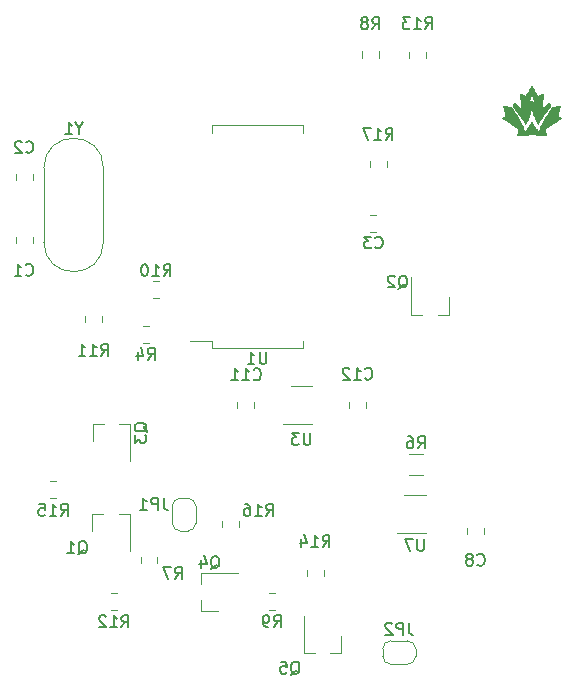
<source format=gbo>
G04 #@! TF.GenerationSoftware,KiCad,Pcbnew,(5.0.0-3-g5ebb6b6)*
G04 #@! TF.CreationDate,2020-02-23T20:28:12-05:00*
G04 #@! TF.ProjectId,telemetry_transmitter,74656C656D657472795F7472616E736D,rev?*
G04 #@! TF.SameCoordinates,Original*
G04 #@! TF.FileFunction,Legend,Bot*
G04 #@! TF.FilePolarity,Positive*
%FSLAX46Y46*%
G04 Gerber Fmt 4.6, Leading zero omitted, Abs format (unit mm)*
G04 Created by KiCad (PCBNEW (5.0.0-3-g5ebb6b6)) date Sunday, February 23, 2020 at 08:28:12 PM*
%MOMM*%
%LPD*%
G01*
G04 APERTURE LIST*
%ADD10C,0.010000*%
%ADD11C,0.120000*%
%ADD12C,0.150000*%
G04 APERTURE END LIST*
D10*
G04 #@! TO.C,G\002A\002A\002A*
G36*
X161569106Y-70262505D02*
X161558504Y-70279669D01*
X161542287Y-70307094D01*
X161521003Y-70343815D01*
X161495203Y-70388869D01*
X161465437Y-70441290D01*
X161432255Y-70500115D01*
X161396207Y-70564378D01*
X161357844Y-70633117D01*
X161324573Y-70692994D01*
X161284651Y-70764967D01*
X161246622Y-70833495D01*
X161211037Y-70897588D01*
X161178446Y-70956256D01*
X161149401Y-71008508D01*
X161124451Y-71053355D01*
X161104147Y-71089805D01*
X161089040Y-71116870D01*
X161079681Y-71133558D01*
X161076686Y-71138797D01*
X161072463Y-71140201D01*
X161062610Y-71138550D01*
X161046107Y-71133451D01*
X161021930Y-71124509D01*
X160989058Y-71111328D01*
X160946469Y-71093516D01*
X160893140Y-71070676D01*
X160836237Y-71045985D01*
X160782791Y-71022860D01*
X160733387Y-71001798D01*
X160689465Y-70983390D01*
X160652463Y-70968225D01*
X160623821Y-70956893D01*
X160604977Y-70949982D01*
X160597369Y-70948082D01*
X160597320Y-70948117D01*
X160597340Y-70955523D01*
X160598625Y-70975808D01*
X160601090Y-71007999D01*
X160604649Y-71051122D01*
X160609215Y-71104205D01*
X160614702Y-71166273D01*
X160621025Y-71236355D01*
X160628096Y-71313476D01*
X160635830Y-71396664D01*
X160644140Y-71484945D01*
X160652940Y-71577347D01*
X160654414Y-71592713D01*
X160663299Y-71685658D01*
X160671738Y-71774614D01*
X160679641Y-71858610D01*
X160686921Y-71936677D01*
X160693488Y-72007844D01*
X160699256Y-72071141D01*
X160704135Y-72125598D01*
X160708037Y-72170243D01*
X160710874Y-72204107D01*
X160712558Y-72226219D01*
X160713000Y-72235610D01*
X160712947Y-72235869D01*
X160707368Y-72231911D01*
X160692332Y-72219487D01*
X160668763Y-72199403D01*
X160637586Y-72172463D01*
X160599724Y-72139473D01*
X160556102Y-72101236D01*
X160507644Y-72058559D01*
X160455275Y-72012246D01*
X160408959Y-71971140D01*
X160353912Y-71922294D01*
X160301920Y-71876323D01*
X160253920Y-71834045D01*
X160210846Y-71796276D01*
X160173635Y-71763833D01*
X160143223Y-71737531D01*
X160120545Y-71718187D01*
X160106538Y-71706618D01*
X160102167Y-71703505D01*
X160100042Y-71705063D01*
X160096778Y-71710508D01*
X160091921Y-71720998D01*
X160085019Y-71737689D01*
X160075619Y-71761738D01*
X160063269Y-71794302D01*
X160047517Y-71836539D01*
X160027909Y-71889604D01*
X160005267Y-71951183D01*
X159984593Y-72007492D01*
X160043894Y-72075902D01*
X160120404Y-72166406D01*
X160200653Y-72265495D01*
X160283516Y-72371560D01*
X160367867Y-72482991D01*
X160452580Y-72598178D01*
X160536530Y-72715511D01*
X160618591Y-72833379D01*
X160697638Y-72950173D01*
X160772544Y-73064283D01*
X160842184Y-73174099D01*
X160905433Y-73278010D01*
X160961164Y-73374407D01*
X160994828Y-73436037D01*
X161032619Y-73507223D01*
X161055575Y-73473858D01*
X161099336Y-73405495D01*
X161144681Y-73325822D01*
X161190520Y-73237187D01*
X161235763Y-73141937D01*
X161279318Y-73042421D01*
X161320095Y-72940987D01*
X161357004Y-72839983D01*
X161375212Y-72785614D01*
X161408045Y-72678580D01*
X161440909Y-72560997D01*
X161472975Y-72436206D01*
X161503415Y-72307548D01*
X161531401Y-72178366D01*
X161553174Y-72067797D01*
X161572891Y-71962364D01*
X161608716Y-72140866D01*
X161648307Y-72326752D01*
X161690013Y-72499890D01*
X161734210Y-72661338D01*
X161781273Y-72812156D01*
X161831577Y-72953403D01*
X161885498Y-73086139D01*
X161943411Y-73211422D01*
X162005690Y-73330314D01*
X162066751Y-73434289D01*
X162083376Y-73460704D01*
X162097588Y-73482456D01*
X162107663Y-73496956D01*
X162111574Y-73501589D01*
X162116739Y-73497239D01*
X162126354Y-73482940D01*
X162138783Y-73461259D01*
X162146057Y-73447449D01*
X162186505Y-73372084D01*
X162235129Y-73287661D01*
X162290941Y-73195595D01*
X162352954Y-73097302D01*
X162420179Y-72994197D01*
X162491629Y-72887697D01*
X162566316Y-72779216D01*
X162643251Y-72670172D01*
X162721446Y-72561979D01*
X162799914Y-72456054D01*
X162877667Y-72353813D01*
X162953716Y-72256670D01*
X163027073Y-72166042D01*
X163096751Y-72083345D01*
X163103187Y-72075902D01*
X163162487Y-72007492D01*
X163141814Y-71951183D01*
X163118116Y-71886736D01*
X163098704Y-71834218D01*
X163083128Y-71792474D01*
X163070935Y-71760348D01*
X163061673Y-71736682D01*
X163054890Y-71720322D01*
X163050134Y-71710110D01*
X163046953Y-71704891D01*
X163044988Y-71703505D01*
X163038898Y-71708001D01*
X163023356Y-71720945D01*
X162999300Y-71741521D01*
X162967665Y-71768913D01*
X162929386Y-71802306D01*
X162885400Y-71840883D01*
X162836642Y-71883828D01*
X162784049Y-71930326D01*
X162738119Y-71971062D01*
X162683156Y-72019791D01*
X162631333Y-72065562D01*
X162583574Y-72107573D01*
X162540802Y-72145018D01*
X162503942Y-72177092D01*
X162473918Y-72202990D01*
X162451654Y-72221909D01*
X162438075Y-72233044D01*
X162434056Y-72235792D01*
X162434295Y-72228609D01*
X162435790Y-72208544D01*
X162438453Y-72176566D01*
X162442195Y-72133647D01*
X162446927Y-72080755D01*
X162452561Y-72018861D01*
X162459009Y-71948936D01*
X162466182Y-71871950D01*
X162473993Y-71788872D01*
X162482351Y-71700673D01*
X162483431Y-71689359D01*
X161826400Y-71689359D01*
X161823857Y-71690101D01*
X161813632Y-71682570D01*
X161797852Y-71668364D01*
X161795810Y-71666406D01*
X161771192Y-71645913D01*
X161740602Y-71624908D01*
X161712718Y-71609029D01*
X161650608Y-71585444D01*
X161587559Y-71575374D01*
X161524947Y-71578610D01*
X161464148Y-71594943D01*
X161406539Y-71624163D01*
X161356568Y-71663153D01*
X161338758Y-71679019D01*
X161326116Y-71688724D01*
X161320728Y-71690724D01*
X161320839Y-71689587D01*
X161323523Y-71681217D01*
X161329973Y-71660751D01*
X161339816Y-71629381D01*
X161352679Y-71588298D01*
X161368190Y-71538696D01*
X161385976Y-71481764D01*
X161405663Y-71418697D01*
X161426880Y-71350685D01*
X161448140Y-71282491D01*
X161470373Y-71211200D01*
X161491362Y-71143971D01*
X161510747Y-71081961D01*
X161528163Y-71026328D01*
X161543249Y-70978228D01*
X161555640Y-70938819D01*
X161564974Y-70909258D01*
X161570889Y-70890703D01*
X161573016Y-70884312D01*
X161575250Y-70890488D01*
X161581255Y-70908810D01*
X161590668Y-70938136D01*
X161603129Y-70977322D01*
X161618275Y-71025224D01*
X161635746Y-71080700D01*
X161655179Y-71142605D01*
X161676213Y-71209796D01*
X161698437Y-71280970D01*
X161720819Y-71352709D01*
X161742029Y-71420632D01*
X161761696Y-71483551D01*
X161779447Y-71540277D01*
X161794908Y-71589621D01*
X161807709Y-71630395D01*
X161817476Y-71661411D01*
X161823837Y-71681479D01*
X161826400Y-71689359D01*
X162483431Y-71689359D01*
X162491170Y-71608324D01*
X162492667Y-71592713D01*
X162501538Y-71499731D01*
X162509932Y-71410710D01*
X162517763Y-71326623D01*
X162524944Y-71248443D01*
X162531389Y-71177143D01*
X162537012Y-71113698D01*
X162541727Y-71059079D01*
X162545448Y-71014261D01*
X162548089Y-70980217D01*
X162549563Y-70957920D01*
X162549785Y-70948342D01*
X162549697Y-70948054D01*
X162542534Y-70949728D01*
X162524082Y-70956432D01*
X162495784Y-70967574D01*
X162459082Y-70982566D01*
X162415421Y-71000818D01*
X162366245Y-71021739D01*
X162312996Y-71044739D01*
X162311895Y-71045218D01*
X162258634Y-71068370D01*
X162209514Y-71089669D01*
X162165967Y-71108499D01*
X162129424Y-71124242D01*
X162101315Y-71136283D01*
X162083071Y-71144005D01*
X162076125Y-71146791D01*
X162076111Y-71146792D01*
X162072435Y-71140861D01*
X162062560Y-71123703D01*
X162047018Y-71096272D01*
X162026343Y-71059522D01*
X162001068Y-71014406D01*
X161971727Y-70961879D01*
X161938853Y-70902893D01*
X161902980Y-70838404D01*
X161864642Y-70769363D01*
X161827109Y-70701666D01*
X161786871Y-70629206D01*
X161748488Y-70560411D01*
X161712504Y-70496236D01*
X161679462Y-70437636D01*
X161649907Y-70385567D01*
X161624382Y-70340982D01*
X161603433Y-70304838D01*
X161587602Y-70278089D01*
X161577435Y-70261691D01*
X161573540Y-70256567D01*
X161569106Y-70262505D01*
X161569106Y-70262505D01*
G37*
X161569106Y-70262505D02*
X161558504Y-70279669D01*
X161542287Y-70307094D01*
X161521003Y-70343815D01*
X161495203Y-70388869D01*
X161465437Y-70441290D01*
X161432255Y-70500115D01*
X161396207Y-70564378D01*
X161357844Y-70633117D01*
X161324573Y-70692994D01*
X161284651Y-70764967D01*
X161246622Y-70833495D01*
X161211037Y-70897588D01*
X161178446Y-70956256D01*
X161149401Y-71008508D01*
X161124451Y-71053355D01*
X161104147Y-71089805D01*
X161089040Y-71116870D01*
X161079681Y-71133558D01*
X161076686Y-71138797D01*
X161072463Y-71140201D01*
X161062610Y-71138550D01*
X161046107Y-71133451D01*
X161021930Y-71124509D01*
X160989058Y-71111328D01*
X160946469Y-71093516D01*
X160893140Y-71070676D01*
X160836237Y-71045985D01*
X160782791Y-71022860D01*
X160733387Y-71001798D01*
X160689465Y-70983390D01*
X160652463Y-70968225D01*
X160623821Y-70956893D01*
X160604977Y-70949982D01*
X160597369Y-70948082D01*
X160597320Y-70948117D01*
X160597340Y-70955523D01*
X160598625Y-70975808D01*
X160601090Y-71007999D01*
X160604649Y-71051122D01*
X160609215Y-71104205D01*
X160614702Y-71166273D01*
X160621025Y-71236355D01*
X160628096Y-71313476D01*
X160635830Y-71396664D01*
X160644140Y-71484945D01*
X160652940Y-71577347D01*
X160654414Y-71592713D01*
X160663299Y-71685658D01*
X160671738Y-71774614D01*
X160679641Y-71858610D01*
X160686921Y-71936677D01*
X160693488Y-72007844D01*
X160699256Y-72071141D01*
X160704135Y-72125598D01*
X160708037Y-72170243D01*
X160710874Y-72204107D01*
X160712558Y-72226219D01*
X160713000Y-72235610D01*
X160712947Y-72235869D01*
X160707368Y-72231911D01*
X160692332Y-72219487D01*
X160668763Y-72199403D01*
X160637586Y-72172463D01*
X160599724Y-72139473D01*
X160556102Y-72101236D01*
X160507644Y-72058559D01*
X160455275Y-72012246D01*
X160408959Y-71971140D01*
X160353912Y-71922294D01*
X160301920Y-71876323D01*
X160253920Y-71834045D01*
X160210846Y-71796276D01*
X160173635Y-71763833D01*
X160143223Y-71737531D01*
X160120545Y-71718187D01*
X160106538Y-71706618D01*
X160102167Y-71703505D01*
X160100042Y-71705063D01*
X160096778Y-71710508D01*
X160091921Y-71720998D01*
X160085019Y-71737689D01*
X160075619Y-71761738D01*
X160063269Y-71794302D01*
X160047517Y-71836539D01*
X160027909Y-71889604D01*
X160005267Y-71951183D01*
X159984593Y-72007492D01*
X160043894Y-72075902D01*
X160120404Y-72166406D01*
X160200653Y-72265495D01*
X160283516Y-72371560D01*
X160367867Y-72482991D01*
X160452580Y-72598178D01*
X160536530Y-72715511D01*
X160618591Y-72833379D01*
X160697638Y-72950173D01*
X160772544Y-73064283D01*
X160842184Y-73174099D01*
X160905433Y-73278010D01*
X160961164Y-73374407D01*
X160994828Y-73436037D01*
X161032619Y-73507223D01*
X161055575Y-73473858D01*
X161099336Y-73405495D01*
X161144681Y-73325822D01*
X161190520Y-73237187D01*
X161235763Y-73141937D01*
X161279318Y-73042421D01*
X161320095Y-72940987D01*
X161357004Y-72839983D01*
X161375212Y-72785614D01*
X161408045Y-72678580D01*
X161440909Y-72560997D01*
X161472975Y-72436206D01*
X161503415Y-72307548D01*
X161531401Y-72178366D01*
X161553174Y-72067797D01*
X161572891Y-71962364D01*
X161608716Y-72140866D01*
X161648307Y-72326752D01*
X161690013Y-72499890D01*
X161734210Y-72661338D01*
X161781273Y-72812156D01*
X161831577Y-72953403D01*
X161885498Y-73086139D01*
X161943411Y-73211422D01*
X162005690Y-73330314D01*
X162066751Y-73434289D01*
X162083376Y-73460704D01*
X162097588Y-73482456D01*
X162107663Y-73496956D01*
X162111574Y-73501589D01*
X162116739Y-73497239D01*
X162126354Y-73482940D01*
X162138783Y-73461259D01*
X162146057Y-73447449D01*
X162186505Y-73372084D01*
X162235129Y-73287661D01*
X162290941Y-73195595D01*
X162352954Y-73097302D01*
X162420179Y-72994197D01*
X162491629Y-72887697D01*
X162566316Y-72779216D01*
X162643251Y-72670172D01*
X162721446Y-72561979D01*
X162799914Y-72456054D01*
X162877667Y-72353813D01*
X162953716Y-72256670D01*
X163027073Y-72166042D01*
X163096751Y-72083345D01*
X163103187Y-72075902D01*
X163162487Y-72007492D01*
X163141814Y-71951183D01*
X163118116Y-71886736D01*
X163098704Y-71834218D01*
X163083128Y-71792474D01*
X163070935Y-71760348D01*
X163061673Y-71736682D01*
X163054890Y-71720322D01*
X163050134Y-71710110D01*
X163046953Y-71704891D01*
X163044988Y-71703505D01*
X163038898Y-71708001D01*
X163023356Y-71720945D01*
X162999300Y-71741521D01*
X162967665Y-71768913D01*
X162929386Y-71802306D01*
X162885400Y-71840883D01*
X162836642Y-71883828D01*
X162784049Y-71930326D01*
X162738119Y-71971062D01*
X162683156Y-72019791D01*
X162631333Y-72065562D01*
X162583574Y-72107573D01*
X162540802Y-72145018D01*
X162503942Y-72177092D01*
X162473918Y-72202990D01*
X162451654Y-72221909D01*
X162438075Y-72233044D01*
X162434056Y-72235792D01*
X162434295Y-72228609D01*
X162435790Y-72208544D01*
X162438453Y-72176566D01*
X162442195Y-72133647D01*
X162446927Y-72080755D01*
X162452561Y-72018861D01*
X162459009Y-71948936D01*
X162466182Y-71871950D01*
X162473993Y-71788872D01*
X162482351Y-71700673D01*
X162483431Y-71689359D01*
X161826400Y-71689359D01*
X161823857Y-71690101D01*
X161813632Y-71682570D01*
X161797852Y-71668364D01*
X161795810Y-71666406D01*
X161771192Y-71645913D01*
X161740602Y-71624908D01*
X161712718Y-71609029D01*
X161650608Y-71585444D01*
X161587559Y-71575374D01*
X161524947Y-71578610D01*
X161464148Y-71594943D01*
X161406539Y-71624163D01*
X161356568Y-71663153D01*
X161338758Y-71679019D01*
X161326116Y-71688724D01*
X161320728Y-71690724D01*
X161320839Y-71689587D01*
X161323523Y-71681217D01*
X161329973Y-71660751D01*
X161339816Y-71629381D01*
X161352679Y-71588298D01*
X161368190Y-71538696D01*
X161385976Y-71481764D01*
X161405663Y-71418697D01*
X161426880Y-71350685D01*
X161448140Y-71282491D01*
X161470373Y-71211200D01*
X161491362Y-71143971D01*
X161510747Y-71081961D01*
X161528163Y-71026328D01*
X161543249Y-70978228D01*
X161555640Y-70938819D01*
X161564974Y-70909258D01*
X161570889Y-70890703D01*
X161573016Y-70884312D01*
X161575250Y-70890488D01*
X161581255Y-70908810D01*
X161590668Y-70938136D01*
X161603129Y-70977322D01*
X161618275Y-71025224D01*
X161635746Y-71080700D01*
X161655179Y-71142605D01*
X161676213Y-71209796D01*
X161698437Y-71280970D01*
X161720819Y-71352709D01*
X161742029Y-71420632D01*
X161761696Y-71483551D01*
X161779447Y-71540277D01*
X161794908Y-71589621D01*
X161807709Y-71630395D01*
X161817476Y-71661411D01*
X161823837Y-71681479D01*
X161826400Y-71689359D01*
X162483431Y-71689359D01*
X162491170Y-71608324D01*
X162492667Y-71592713D01*
X162501538Y-71499731D01*
X162509932Y-71410710D01*
X162517763Y-71326623D01*
X162524944Y-71248443D01*
X162531389Y-71177143D01*
X162537012Y-71113698D01*
X162541727Y-71059079D01*
X162545448Y-71014261D01*
X162548089Y-70980217D01*
X162549563Y-70957920D01*
X162549785Y-70948342D01*
X162549697Y-70948054D01*
X162542534Y-70949728D01*
X162524082Y-70956432D01*
X162495784Y-70967574D01*
X162459082Y-70982566D01*
X162415421Y-71000818D01*
X162366245Y-71021739D01*
X162312996Y-71044739D01*
X162311895Y-71045218D01*
X162258634Y-71068370D01*
X162209514Y-71089669D01*
X162165967Y-71108499D01*
X162129424Y-71124242D01*
X162101315Y-71136283D01*
X162083071Y-71144005D01*
X162076125Y-71146791D01*
X162076111Y-71146792D01*
X162072435Y-71140861D01*
X162062560Y-71123703D01*
X162047018Y-71096272D01*
X162026343Y-71059522D01*
X162001068Y-71014406D01*
X161971727Y-70961879D01*
X161938853Y-70902893D01*
X161902980Y-70838404D01*
X161864642Y-70769363D01*
X161827109Y-70701666D01*
X161786871Y-70629206D01*
X161748488Y-70560411D01*
X161712504Y-70496236D01*
X161679462Y-70437636D01*
X161649907Y-70385567D01*
X161624382Y-70340982D01*
X161603433Y-70304838D01*
X161587602Y-70278089D01*
X161577435Y-70261691D01*
X161573540Y-70256567D01*
X161569106Y-70262505D01*
G36*
X163976323Y-71958570D02*
X163956987Y-71962000D01*
X163926668Y-71967630D01*
X163886701Y-71975205D01*
X163838421Y-71984471D01*
X163783161Y-71995172D01*
X163722258Y-72007055D01*
X163657044Y-72019863D01*
X163655926Y-72020084D01*
X163575343Y-72036074D01*
X163507545Y-72049782D01*
X163451624Y-72061415D01*
X163406672Y-72071180D01*
X163371781Y-72079283D01*
X163346042Y-72085930D01*
X163328546Y-72091329D01*
X163318387Y-72095685D01*
X163315918Y-72097404D01*
X163303446Y-72110827D01*
X163284294Y-72134256D01*
X163259573Y-72166166D01*
X163230396Y-72205033D01*
X163197876Y-72249332D01*
X163163124Y-72297537D01*
X163127253Y-72348124D01*
X163091376Y-72399569D01*
X163056605Y-72450345D01*
X163034747Y-72482834D01*
X162931478Y-72641934D01*
X162830301Y-72806376D01*
X162732366Y-72974029D01*
X162638821Y-73142763D01*
X162550818Y-73310447D01*
X162469507Y-73474952D01*
X162396036Y-73634146D01*
X162332238Y-73784217D01*
X162316154Y-73825230D01*
X162298670Y-73872038D01*
X162280609Y-73922218D01*
X162262790Y-73973349D01*
X162246033Y-74023009D01*
X162231160Y-74068776D01*
X162218990Y-74108229D01*
X162210344Y-74138946D01*
X162206631Y-74154972D01*
X162202373Y-74171615D01*
X162197900Y-74180445D01*
X162196943Y-74180874D01*
X162190266Y-74175834D01*
X162175948Y-74161742D01*
X162155374Y-74140141D01*
X162129932Y-74112573D01*
X162101004Y-74080581D01*
X162069978Y-74045708D01*
X162038238Y-74009497D01*
X162007169Y-73973489D01*
X161978156Y-73939228D01*
X161956971Y-73913640D01*
X161892089Y-73831740D01*
X161832340Y-73750723D01*
X161775603Y-73667412D01*
X161719752Y-73578635D01*
X161662666Y-73481215D01*
X161636208Y-73434071D01*
X161616507Y-73399357D01*
X161598854Y-73369766D01*
X161584400Y-73347105D01*
X161574292Y-73333179D01*
X161569761Y-73329688D01*
X161564494Y-73337746D01*
X161554177Y-73355448D01*
X161540315Y-73380156D01*
X161524842Y-73408436D01*
X161447931Y-73544316D01*
X161369773Y-73669410D01*
X161288310Y-73786825D01*
X161201483Y-73899670D01*
X161190683Y-73912957D01*
X161164239Y-73944811D01*
X161134636Y-73979640D01*
X161103253Y-74015906D01*
X161071475Y-74052068D01*
X161040681Y-74086589D01*
X161012254Y-74117929D01*
X160987575Y-74144548D01*
X160968028Y-74164909D01*
X160954992Y-74177472D01*
X160950137Y-74180874D01*
X160945891Y-74174781D01*
X160941410Y-74159669D01*
X160940449Y-74154972D01*
X160935034Y-74132526D01*
X160925471Y-74099500D01*
X160912580Y-74058317D01*
X160897182Y-74011399D01*
X160880096Y-73961167D01*
X160862144Y-73910043D01*
X160844147Y-73860449D01*
X160826923Y-73814806D01*
X160814842Y-73784217D01*
X160751528Y-73635301D01*
X160679361Y-73478861D01*
X160599502Y-73317042D01*
X160513108Y-73151990D01*
X160421337Y-72985851D01*
X160325348Y-72820771D01*
X160226298Y-72658896D01*
X160125345Y-72502372D01*
X160113025Y-72483851D01*
X160079642Y-72434422D01*
X160044409Y-72383294D01*
X160008435Y-72331989D01*
X159972832Y-72282030D01*
X159938708Y-72234939D01*
X159907175Y-72192239D01*
X159879342Y-72155454D01*
X159856320Y-72126104D01*
X159839218Y-72105714D01*
X159831467Y-72097679D01*
X159824114Y-72093711D01*
X159809229Y-72088666D01*
X159785963Y-72082352D01*
X159753468Y-72074577D01*
X159710896Y-72065147D01*
X159657396Y-72053871D01*
X159592122Y-72040555D01*
X159514225Y-72025007D01*
X159491459Y-72020508D01*
X159426154Y-72007664D01*
X159365136Y-71995737D01*
X159309739Y-71984982D01*
X159261296Y-71975655D01*
X159221142Y-71968012D01*
X159190611Y-71962308D01*
X159171035Y-71958798D01*
X159163749Y-71957737D01*
X159163738Y-71957743D01*
X159165149Y-71964443D01*
X159169663Y-71983246D01*
X159176928Y-72012771D01*
X159186596Y-72051639D01*
X159198316Y-72098469D01*
X159211738Y-72151882D01*
X159226511Y-72210497D01*
X159242287Y-72272934D01*
X159258713Y-72337814D01*
X159275441Y-72403755D01*
X159292121Y-72469379D01*
X159308401Y-72533304D01*
X159323933Y-72594151D01*
X159338365Y-72650540D01*
X159351348Y-72701091D01*
X159362532Y-72744423D01*
X159371566Y-72779157D01*
X159378100Y-72803912D01*
X159381785Y-72817308D01*
X159381944Y-72817841D01*
X159380255Y-72823141D01*
X159371952Y-72831198D01*
X159355961Y-72842716D01*
X159331205Y-72858404D01*
X159296607Y-72878966D01*
X159251091Y-72905111D01*
X159235555Y-72913917D01*
X159194325Y-72937440D01*
X159157436Y-72958885D01*
X159126526Y-72977266D01*
X159103234Y-72991597D01*
X159089199Y-73000894D01*
X159085732Y-73004000D01*
X159091445Y-73008411D01*
X159108111Y-73019947D01*
X159135017Y-73038138D01*
X159171453Y-73062513D01*
X159216708Y-73092604D01*
X159270070Y-73127940D01*
X159330828Y-73168052D01*
X159398271Y-73212470D01*
X159471688Y-73260725D01*
X159550367Y-73312346D01*
X159633597Y-73366864D01*
X159720668Y-73423810D01*
X159788501Y-73468115D01*
X159878011Y-73526602D01*
X159964220Y-73583041D01*
X160046415Y-73636960D01*
X160123884Y-73687888D01*
X160195917Y-73735352D01*
X160261802Y-73778882D01*
X160320826Y-73818007D01*
X160372279Y-73852254D01*
X160415448Y-73881151D01*
X160449622Y-73904229D01*
X160474090Y-73921014D01*
X160488139Y-73931036D01*
X160491411Y-73933833D01*
X160489403Y-73941785D01*
X160483615Y-73961548D01*
X160474493Y-73991673D01*
X160462483Y-74030709D01*
X160448033Y-74077209D01*
X160431590Y-74129723D01*
X160413599Y-74186800D01*
X160407121Y-74207267D01*
X160388833Y-74265442D01*
X160372129Y-74319458D01*
X160357432Y-74367884D01*
X160345162Y-74409291D01*
X160335741Y-74442249D01*
X160329592Y-74465326D01*
X160327135Y-74477094D01*
X160327230Y-74478281D01*
X160334654Y-74478137D01*
X160354909Y-74476417D01*
X160387008Y-74473231D01*
X160429968Y-74468690D01*
X160482803Y-74462905D01*
X160544529Y-74455985D01*
X160614159Y-74448041D01*
X160690711Y-74439184D01*
X160773197Y-74429524D01*
X160860634Y-74419171D01*
X160952037Y-74408237D01*
X160952655Y-74408162D01*
X161573540Y-74333504D01*
X162181702Y-74406806D01*
X162272499Y-74417727D01*
X162359561Y-74428157D01*
X162441866Y-74437974D01*
X162518392Y-74447060D01*
X162588118Y-74455294D01*
X162650023Y-74462556D01*
X162703085Y-74468726D01*
X162746282Y-74473685D01*
X162778593Y-74477312D01*
X162798996Y-74479488D01*
X162806264Y-74480107D01*
X162818863Y-74478019D01*
X162822664Y-74474332D01*
X162820626Y-74466638D01*
X162814812Y-74447134D01*
X162805672Y-74417269D01*
X162793656Y-74378494D01*
X162779214Y-74332258D01*
X162762797Y-74280012D01*
X162744853Y-74223205D01*
X162739157Y-74205231D01*
X162720827Y-74147244D01*
X162703891Y-74093304D01*
X162688799Y-74044873D01*
X162676002Y-74003414D01*
X162665950Y-73970388D01*
X162659094Y-73947258D01*
X162655885Y-73935487D01*
X162655700Y-73934390D01*
X162661421Y-73929701D01*
X162678097Y-73917895D01*
X162705016Y-73899444D01*
X162741467Y-73874820D01*
X162786737Y-73844494D01*
X162840117Y-73808940D01*
X162900893Y-73768628D01*
X162968355Y-73724033D01*
X163041791Y-73675625D01*
X163120490Y-73623876D01*
X163203739Y-73569260D01*
X163290828Y-73512248D01*
X163358549Y-73467995D01*
X163448045Y-73409518D01*
X163534239Y-73353116D01*
X163616418Y-73299258D01*
X163693872Y-73248414D01*
X163765890Y-73201054D01*
X163831761Y-73157647D01*
X163890774Y-73118664D01*
X163942217Y-73084572D01*
X163985379Y-73055844D01*
X164019549Y-73032946D01*
X164044017Y-73016351D01*
X164058070Y-73006526D01*
X164061348Y-73003880D01*
X164055544Y-72999156D01*
X164039223Y-72988637D01*
X164014025Y-72973307D01*
X163981588Y-72954150D01*
X163943552Y-72932149D01*
X163911526Y-72913917D01*
X163862612Y-72886006D01*
X163824931Y-72863884D01*
X163797407Y-72846843D01*
X163778963Y-72834178D01*
X163768523Y-72825182D01*
X163765010Y-72819148D01*
X163765136Y-72817841D01*
X163768604Y-72805324D01*
X163774946Y-72781346D01*
X163783813Y-72747287D01*
X163794855Y-72704528D01*
X163807721Y-72654449D01*
X163822061Y-72598429D01*
X163837525Y-72537850D01*
X163853764Y-72474092D01*
X163870427Y-72408534D01*
X163887163Y-72342557D01*
X163903624Y-72277541D01*
X163919458Y-72214867D01*
X163934315Y-72155914D01*
X163947847Y-72102063D01*
X163959701Y-72054694D01*
X163969529Y-72015188D01*
X163976980Y-71984924D01*
X163981705Y-71965282D01*
X163983352Y-71957644D01*
X163983343Y-71957594D01*
X163976323Y-71958570D01*
X163976323Y-71958570D01*
G37*
X163976323Y-71958570D02*
X163956987Y-71962000D01*
X163926668Y-71967630D01*
X163886701Y-71975205D01*
X163838421Y-71984471D01*
X163783161Y-71995172D01*
X163722258Y-72007055D01*
X163657044Y-72019863D01*
X163655926Y-72020084D01*
X163575343Y-72036074D01*
X163507545Y-72049782D01*
X163451624Y-72061415D01*
X163406672Y-72071180D01*
X163371781Y-72079283D01*
X163346042Y-72085930D01*
X163328546Y-72091329D01*
X163318387Y-72095685D01*
X163315918Y-72097404D01*
X163303446Y-72110827D01*
X163284294Y-72134256D01*
X163259573Y-72166166D01*
X163230396Y-72205033D01*
X163197876Y-72249332D01*
X163163124Y-72297537D01*
X163127253Y-72348124D01*
X163091376Y-72399569D01*
X163056605Y-72450345D01*
X163034747Y-72482834D01*
X162931478Y-72641934D01*
X162830301Y-72806376D01*
X162732366Y-72974029D01*
X162638821Y-73142763D01*
X162550818Y-73310447D01*
X162469507Y-73474952D01*
X162396036Y-73634146D01*
X162332238Y-73784217D01*
X162316154Y-73825230D01*
X162298670Y-73872038D01*
X162280609Y-73922218D01*
X162262790Y-73973349D01*
X162246033Y-74023009D01*
X162231160Y-74068776D01*
X162218990Y-74108229D01*
X162210344Y-74138946D01*
X162206631Y-74154972D01*
X162202373Y-74171615D01*
X162197900Y-74180445D01*
X162196943Y-74180874D01*
X162190266Y-74175834D01*
X162175948Y-74161742D01*
X162155374Y-74140141D01*
X162129932Y-74112573D01*
X162101004Y-74080581D01*
X162069978Y-74045708D01*
X162038238Y-74009497D01*
X162007169Y-73973489D01*
X161978156Y-73939228D01*
X161956971Y-73913640D01*
X161892089Y-73831740D01*
X161832340Y-73750723D01*
X161775603Y-73667412D01*
X161719752Y-73578635D01*
X161662666Y-73481215D01*
X161636208Y-73434071D01*
X161616507Y-73399357D01*
X161598854Y-73369766D01*
X161584400Y-73347105D01*
X161574292Y-73333179D01*
X161569761Y-73329688D01*
X161564494Y-73337746D01*
X161554177Y-73355448D01*
X161540315Y-73380156D01*
X161524842Y-73408436D01*
X161447931Y-73544316D01*
X161369773Y-73669410D01*
X161288310Y-73786825D01*
X161201483Y-73899670D01*
X161190683Y-73912957D01*
X161164239Y-73944811D01*
X161134636Y-73979640D01*
X161103253Y-74015906D01*
X161071475Y-74052068D01*
X161040681Y-74086589D01*
X161012254Y-74117929D01*
X160987575Y-74144548D01*
X160968028Y-74164909D01*
X160954992Y-74177472D01*
X160950137Y-74180874D01*
X160945891Y-74174781D01*
X160941410Y-74159669D01*
X160940449Y-74154972D01*
X160935034Y-74132526D01*
X160925471Y-74099500D01*
X160912580Y-74058317D01*
X160897182Y-74011399D01*
X160880096Y-73961167D01*
X160862144Y-73910043D01*
X160844147Y-73860449D01*
X160826923Y-73814806D01*
X160814842Y-73784217D01*
X160751528Y-73635301D01*
X160679361Y-73478861D01*
X160599502Y-73317042D01*
X160513108Y-73151990D01*
X160421337Y-72985851D01*
X160325348Y-72820771D01*
X160226298Y-72658896D01*
X160125345Y-72502372D01*
X160113025Y-72483851D01*
X160079642Y-72434422D01*
X160044409Y-72383294D01*
X160008435Y-72331989D01*
X159972832Y-72282030D01*
X159938708Y-72234939D01*
X159907175Y-72192239D01*
X159879342Y-72155454D01*
X159856320Y-72126104D01*
X159839218Y-72105714D01*
X159831467Y-72097679D01*
X159824114Y-72093711D01*
X159809229Y-72088666D01*
X159785963Y-72082352D01*
X159753468Y-72074577D01*
X159710896Y-72065147D01*
X159657396Y-72053871D01*
X159592122Y-72040555D01*
X159514225Y-72025007D01*
X159491459Y-72020508D01*
X159426154Y-72007664D01*
X159365136Y-71995737D01*
X159309739Y-71984982D01*
X159261296Y-71975655D01*
X159221142Y-71968012D01*
X159190611Y-71962308D01*
X159171035Y-71958798D01*
X159163749Y-71957737D01*
X159163738Y-71957743D01*
X159165149Y-71964443D01*
X159169663Y-71983246D01*
X159176928Y-72012771D01*
X159186596Y-72051639D01*
X159198316Y-72098469D01*
X159211738Y-72151882D01*
X159226511Y-72210497D01*
X159242287Y-72272934D01*
X159258713Y-72337814D01*
X159275441Y-72403755D01*
X159292121Y-72469379D01*
X159308401Y-72533304D01*
X159323933Y-72594151D01*
X159338365Y-72650540D01*
X159351348Y-72701091D01*
X159362532Y-72744423D01*
X159371566Y-72779157D01*
X159378100Y-72803912D01*
X159381785Y-72817308D01*
X159381944Y-72817841D01*
X159380255Y-72823141D01*
X159371952Y-72831198D01*
X159355961Y-72842716D01*
X159331205Y-72858404D01*
X159296607Y-72878966D01*
X159251091Y-72905111D01*
X159235555Y-72913917D01*
X159194325Y-72937440D01*
X159157436Y-72958885D01*
X159126526Y-72977266D01*
X159103234Y-72991597D01*
X159089199Y-73000894D01*
X159085732Y-73004000D01*
X159091445Y-73008411D01*
X159108111Y-73019947D01*
X159135017Y-73038138D01*
X159171453Y-73062513D01*
X159216708Y-73092604D01*
X159270070Y-73127940D01*
X159330828Y-73168052D01*
X159398271Y-73212470D01*
X159471688Y-73260725D01*
X159550367Y-73312346D01*
X159633597Y-73366864D01*
X159720668Y-73423810D01*
X159788501Y-73468115D01*
X159878011Y-73526602D01*
X159964220Y-73583041D01*
X160046415Y-73636960D01*
X160123884Y-73687888D01*
X160195917Y-73735352D01*
X160261802Y-73778882D01*
X160320826Y-73818007D01*
X160372279Y-73852254D01*
X160415448Y-73881151D01*
X160449622Y-73904229D01*
X160474090Y-73921014D01*
X160488139Y-73931036D01*
X160491411Y-73933833D01*
X160489403Y-73941785D01*
X160483615Y-73961548D01*
X160474493Y-73991673D01*
X160462483Y-74030709D01*
X160448033Y-74077209D01*
X160431590Y-74129723D01*
X160413599Y-74186800D01*
X160407121Y-74207267D01*
X160388833Y-74265442D01*
X160372129Y-74319458D01*
X160357432Y-74367884D01*
X160345162Y-74409291D01*
X160335741Y-74442249D01*
X160329592Y-74465326D01*
X160327135Y-74477094D01*
X160327230Y-74478281D01*
X160334654Y-74478137D01*
X160354909Y-74476417D01*
X160387008Y-74473231D01*
X160429968Y-74468690D01*
X160482803Y-74462905D01*
X160544529Y-74455985D01*
X160614159Y-74448041D01*
X160690711Y-74439184D01*
X160773197Y-74429524D01*
X160860634Y-74419171D01*
X160952037Y-74408237D01*
X160952655Y-74408162D01*
X161573540Y-74333504D01*
X162181702Y-74406806D01*
X162272499Y-74417727D01*
X162359561Y-74428157D01*
X162441866Y-74437974D01*
X162518392Y-74447060D01*
X162588118Y-74455294D01*
X162650023Y-74462556D01*
X162703085Y-74468726D01*
X162746282Y-74473685D01*
X162778593Y-74477312D01*
X162798996Y-74479488D01*
X162806264Y-74480107D01*
X162818863Y-74478019D01*
X162822664Y-74474332D01*
X162820626Y-74466638D01*
X162814812Y-74447134D01*
X162805672Y-74417269D01*
X162793656Y-74378494D01*
X162779214Y-74332258D01*
X162762797Y-74280012D01*
X162744853Y-74223205D01*
X162739157Y-74205231D01*
X162720827Y-74147244D01*
X162703891Y-74093304D01*
X162688799Y-74044873D01*
X162676002Y-74003414D01*
X162665950Y-73970388D01*
X162659094Y-73947258D01*
X162655885Y-73935487D01*
X162655700Y-73934390D01*
X162661421Y-73929701D01*
X162678097Y-73917895D01*
X162705016Y-73899444D01*
X162741467Y-73874820D01*
X162786737Y-73844494D01*
X162840117Y-73808940D01*
X162900893Y-73768628D01*
X162968355Y-73724033D01*
X163041791Y-73675625D01*
X163120490Y-73623876D01*
X163203739Y-73569260D01*
X163290828Y-73512248D01*
X163358549Y-73467995D01*
X163448045Y-73409518D01*
X163534239Y-73353116D01*
X163616418Y-73299258D01*
X163693872Y-73248414D01*
X163765890Y-73201054D01*
X163831761Y-73157647D01*
X163890774Y-73118664D01*
X163942217Y-73084572D01*
X163985379Y-73055844D01*
X164019549Y-73032946D01*
X164044017Y-73016351D01*
X164058070Y-73006526D01*
X164061348Y-73003880D01*
X164055544Y-72999156D01*
X164039223Y-72988637D01*
X164014025Y-72973307D01*
X163981588Y-72954150D01*
X163943552Y-72932149D01*
X163911526Y-72913917D01*
X163862612Y-72886006D01*
X163824931Y-72863884D01*
X163797407Y-72846843D01*
X163778963Y-72834178D01*
X163768523Y-72825182D01*
X163765010Y-72819148D01*
X163765136Y-72817841D01*
X163768604Y-72805324D01*
X163774946Y-72781346D01*
X163783813Y-72747287D01*
X163794855Y-72704528D01*
X163807721Y-72654449D01*
X163822061Y-72598429D01*
X163837525Y-72537850D01*
X163853764Y-72474092D01*
X163870427Y-72408534D01*
X163887163Y-72342557D01*
X163903624Y-72277541D01*
X163919458Y-72214867D01*
X163934315Y-72155914D01*
X163947847Y-72102063D01*
X163959701Y-72054694D01*
X163969529Y-72015188D01*
X163976980Y-71984924D01*
X163981705Y-71965282D01*
X163983352Y-71957644D01*
X163983343Y-71957594D01*
X163976323Y-71958570D01*
D11*
G04 #@! TO.C,R16*
X136777800Y-107129948D02*
X136777800Y-107652452D01*
X135357800Y-107129948D02*
X135357800Y-107652452D01*
G04 #@! TO.C,Q4*
X133555200Y-114711600D02*
X135015200Y-114711600D01*
X133555200Y-111551600D02*
X136715200Y-111551600D01*
X133555200Y-111551600D02*
X133555200Y-112481600D01*
X133555200Y-114711600D02*
X133555200Y-113781600D01*
G04 #@! TO.C,JP1*
X131156200Y-105878400D02*
X131156200Y-107278400D01*
X131856200Y-107978400D02*
X132456200Y-107978400D01*
X133156200Y-107278400D02*
X133156200Y-105878400D01*
X132456200Y-105178400D02*
X131856200Y-105178400D01*
X131856200Y-105178400D02*
G75*
G03X131156200Y-105878400I0J-700000D01*
G01*
X133156200Y-105878400D02*
G75*
G03X132456200Y-105178400I-700000J0D01*
G01*
X132456200Y-107978400D02*
G75*
G03X133156200Y-107278400I0J700000D01*
G01*
X131156200Y-107278400D02*
G75*
G03X131856200Y-107978400I700000J0D01*
G01*
G04 #@! TO.C,U3*
X142987600Y-98917400D02*
X140537600Y-98917400D01*
X141187600Y-95697400D02*
X142987600Y-95697400D01*
G04 #@! TO.C,Y1*
X120284000Y-77239000D02*
G75*
G02X125334000Y-77239000I2525000J0D01*
G01*
X120284000Y-83489000D02*
G75*
G03X125334000Y-83489000I2525000J0D01*
G01*
X120284000Y-83489000D02*
X120284000Y-77239000D01*
X125334000Y-83489000D02*
X125334000Y-77239000D01*
G04 #@! TO.C,U7*
X152614200Y-108137600D02*
X150164200Y-108137600D01*
X150814200Y-104917600D02*
X152614200Y-104917600D01*
G04 #@! TO.C,U1*
X134493800Y-91873000D02*
X132653800Y-91873000D01*
X134493800Y-92518000D02*
X134493800Y-91873000D01*
X138353800Y-92518000D02*
X134493800Y-92518000D01*
X142213800Y-92518000D02*
X142213800Y-91873000D01*
X138353800Y-92518000D02*
X142213800Y-92518000D01*
X134493800Y-73598000D02*
X134493800Y-74243000D01*
X138353800Y-73598000D02*
X134493800Y-73598000D01*
X142213800Y-73598000D02*
X142213800Y-74243000D01*
X138353800Y-73598000D02*
X142213800Y-73598000D01*
G04 #@! TO.C,R17*
X149300000Y-76649948D02*
X149300000Y-77172452D01*
X147880000Y-76649948D02*
X147880000Y-77172452D01*
G04 #@! TO.C,R15*
X120820548Y-103760200D02*
X121343052Y-103760200D01*
X120820548Y-105180200D02*
X121343052Y-105180200D01*
G04 #@! TO.C,R14*
X142546000Y-111758252D02*
X142546000Y-111235748D01*
X143966000Y-111758252D02*
X143966000Y-111235748D01*
G04 #@! TO.C,R13*
X151182000Y-67901452D02*
X151182000Y-67378948D01*
X152602000Y-67901452D02*
X152602000Y-67378948D01*
G04 #@! TO.C,R12*
X126473852Y-114629000D02*
X125951348Y-114629000D01*
X126473852Y-113209000D02*
X125951348Y-113209000D01*
G04 #@! TO.C,R11*
X125195400Y-89739948D02*
X125195400Y-90262452D01*
X123775400Y-89739948D02*
X123775400Y-90262452D01*
G04 #@! TO.C,R10*
X129532748Y-86793000D02*
X130055252Y-86793000D01*
X129532748Y-88213000D02*
X130055252Y-88213000D01*
G04 #@! TO.C,R9*
X139859652Y-114629000D02*
X139337148Y-114629000D01*
X139859652Y-113209000D02*
X139337148Y-113209000D01*
G04 #@! TO.C,R8*
X147219600Y-67885052D02*
X147219600Y-67362548D01*
X148639600Y-67885052D02*
X148639600Y-67362548D01*
G04 #@! TO.C,R7*
X129894400Y-110666052D02*
X129894400Y-110143548D01*
X128474400Y-110666052D02*
X128474400Y-110143548D01*
G04 #@! TO.C,R6*
X152392464Y-103246600D02*
X151188336Y-103246600D01*
X152392464Y-101426600D02*
X151188336Y-101426600D01*
G04 #@! TO.C,R4*
X129191652Y-92048400D02*
X128669148Y-92048400D01*
X129191652Y-90628400D02*
X128669148Y-90628400D01*
G04 #@! TO.C,Q5*
X145445600Y-118285800D02*
X145445600Y-116825800D01*
X142285600Y-118285800D02*
X142285600Y-115125800D01*
X142285600Y-118285800D02*
X143215600Y-118285800D01*
X145445600Y-118285800D02*
X144515600Y-118285800D01*
G04 #@! TO.C,Q3*
X124429400Y-98909600D02*
X124429400Y-100369600D01*
X127589400Y-98909600D02*
X127589400Y-102069600D01*
X127589400Y-98909600D02*
X126659400Y-98909600D01*
X124429400Y-98909600D02*
X125359400Y-98909600D01*
G04 #@! TO.C,Q2*
X154564200Y-89660000D02*
X154564200Y-88200000D01*
X151404200Y-89660000D02*
X151404200Y-86500000D01*
X151404200Y-89660000D02*
X152334200Y-89660000D01*
X154564200Y-89660000D02*
X153634200Y-89660000D01*
G04 #@! TO.C,Q1*
X124378600Y-106529600D02*
X124378600Y-107989600D01*
X127538600Y-106529600D02*
X127538600Y-109689600D01*
X127538600Y-106529600D02*
X126608600Y-106529600D01*
X124378600Y-106529600D02*
X125308600Y-106529600D01*
G04 #@! TO.C,JP2*
X149668000Y-119262400D02*
X151068000Y-119262400D01*
X151768000Y-118562400D02*
X151768000Y-117962400D01*
X151068000Y-117262400D02*
X149668000Y-117262400D01*
X148968000Y-117962400D02*
X148968000Y-118562400D01*
X148968000Y-118562400D02*
G75*
G03X149668000Y-119262400I700000J0D01*
G01*
X149668000Y-117262400D02*
G75*
G03X148968000Y-117962400I0J-700000D01*
G01*
X151768000Y-117962400D02*
G75*
G03X151068000Y-117262400I-700000J0D01*
G01*
X151068000Y-119262400D02*
G75*
G03X151768000Y-118562400I0J700000D01*
G01*
G04 #@! TO.C,C12*
X147547400Y-97020748D02*
X147547400Y-97543252D01*
X146127400Y-97020748D02*
X146127400Y-97543252D01*
G04 #@! TO.C,C11*
X136653200Y-97577652D02*
X136653200Y-97055148D01*
X138073200Y-97577652D02*
X138073200Y-97055148D01*
G04 #@! TO.C,C8*
X156109600Y-108253052D02*
X156109600Y-107730548D01*
X157529600Y-108253052D02*
X157529600Y-107730548D01*
G04 #@! TO.C,C3*
X147913348Y-81230400D02*
X148435852Y-81230400D01*
X147913348Y-82650400D02*
X148435852Y-82650400D01*
G04 #@! TO.C,C2*
X117908000Y-78264652D02*
X117908000Y-77742148D01*
X119328000Y-78264652D02*
X119328000Y-77742148D01*
G04 #@! TO.C,C1*
X119328000Y-83101548D02*
X119328000Y-83624052D01*
X117908000Y-83101548D02*
X117908000Y-83624052D01*
G04 #@! TO.C,R16*
D12*
X139098257Y-106684180D02*
X139431590Y-106207990D01*
X139669685Y-106684180D02*
X139669685Y-105684180D01*
X139288733Y-105684180D01*
X139193495Y-105731800D01*
X139145876Y-105779419D01*
X139098257Y-105874657D01*
X139098257Y-106017514D01*
X139145876Y-106112752D01*
X139193495Y-106160371D01*
X139288733Y-106207990D01*
X139669685Y-106207990D01*
X138145876Y-106684180D02*
X138717304Y-106684180D01*
X138431590Y-106684180D02*
X138431590Y-105684180D01*
X138526828Y-105827038D01*
X138622066Y-105922276D01*
X138717304Y-105969895D01*
X137288733Y-105684180D02*
X137479209Y-105684180D01*
X137574447Y-105731800D01*
X137622066Y-105779419D01*
X137717304Y-105922276D01*
X137764923Y-106112752D01*
X137764923Y-106493704D01*
X137717304Y-106588942D01*
X137669685Y-106636561D01*
X137574447Y-106684180D01*
X137383971Y-106684180D01*
X137288733Y-106636561D01*
X137241114Y-106588942D01*
X137193495Y-106493704D01*
X137193495Y-106255609D01*
X137241114Y-106160371D01*
X137288733Y-106112752D01*
X137383971Y-106065133D01*
X137574447Y-106065133D01*
X137669685Y-106112752D01*
X137717304Y-106160371D01*
X137764923Y-106255609D01*
G04 #@! TO.C,Q4*
X134410438Y-111179219D02*
X134505676Y-111131600D01*
X134600914Y-111036361D01*
X134743771Y-110893504D01*
X134839009Y-110845885D01*
X134934247Y-110845885D01*
X134886628Y-111083980D02*
X134981866Y-111036361D01*
X135077104Y-110941123D01*
X135124723Y-110750647D01*
X135124723Y-110417314D01*
X135077104Y-110226838D01*
X134981866Y-110131600D01*
X134886628Y-110083980D01*
X134696152Y-110083980D01*
X134600914Y-110131600D01*
X134505676Y-110226838D01*
X134458057Y-110417314D01*
X134458057Y-110750647D01*
X134505676Y-110941123D01*
X134600914Y-111036361D01*
X134696152Y-111083980D01*
X134886628Y-111083980D01*
X133600914Y-110417314D02*
X133600914Y-111083980D01*
X133839009Y-110036361D02*
X134077104Y-110750647D01*
X133458057Y-110750647D01*
G04 #@! TO.C,JP1*
X130424133Y-105167180D02*
X130424133Y-105881466D01*
X130471752Y-106024323D01*
X130566990Y-106119561D01*
X130709847Y-106167180D01*
X130805085Y-106167180D01*
X129947942Y-106167180D02*
X129947942Y-105167180D01*
X129566990Y-105167180D01*
X129471752Y-105214800D01*
X129424133Y-105262419D01*
X129376514Y-105357657D01*
X129376514Y-105500514D01*
X129424133Y-105595752D01*
X129471752Y-105643371D01*
X129566990Y-105690990D01*
X129947942Y-105690990D01*
X128424133Y-106167180D02*
X128995561Y-106167180D01*
X128709847Y-106167180D02*
X128709847Y-105167180D01*
X128805085Y-105310038D01*
X128900323Y-105405276D01*
X128995561Y-105452895D01*
G04 #@! TO.C,U3*
X142849504Y-99659780D02*
X142849504Y-100469304D01*
X142801885Y-100564542D01*
X142754266Y-100612161D01*
X142659028Y-100659780D01*
X142468552Y-100659780D01*
X142373314Y-100612161D01*
X142325695Y-100564542D01*
X142278076Y-100469304D01*
X142278076Y-99659780D01*
X141897123Y-99659780D02*
X141278076Y-99659780D01*
X141611409Y-100040733D01*
X141468552Y-100040733D01*
X141373314Y-100088352D01*
X141325695Y-100135971D01*
X141278076Y-100231209D01*
X141278076Y-100469304D01*
X141325695Y-100564542D01*
X141373314Y-100612161D01*
X141468552Y-100659780D01*
X141754266Y-100659780D01*
X141849504Y-100612161D01*
X141897123Y-100564542D01*
G04 #@! TO.C,Y1*
X123285190Y-73890190D02*
X123285190Y-74366380D01*
X123618523Y-73366380D02*
X123285190Y-73890190D01*
X122951857Y-73366380D01*
X122094714Y-74366380D02*
X122666142Y-74366380D01*
X122380428Y-74366380D02*
X122380428Y-73366380D01*
X122475666Y-73509238D01*
X122570904Y-73604476D01*
X122666142Y-73652095D01*
G04 #@! TO.C,U7*
X152476104Y-108646980D02*
X152476104Y-109456504D01*
X152428485Y-109551742D01*
X152380866Y-109599361D01*
X152285628Y-109646980D01*
X152095152Y-109646980D01*
X151999914Y-109599361D01*
X151952295Y-109551742D01*
X151904676Y-109456504D01*
X151904676Y-108646980D01*
X151523723Y-108646980D02*
X150857057Y-108646980D01*
X151285628Y-109646980D01*
G04 #@! TO.C,U1*
X139115704Y-92810380D02*
X139115704Y-93619904D01*
X139068085Y-93715142D01*
X139020466Y-93762761D01*
X138925228Y-93810380D01*
X138734752Y-93810380D01*
X138639514Y-93762761D01*
X138591895Y-93715142D01*
X138544276Y-93619904D01*
X138544276Y-92810380D01*
X137544276Y-93810380D02*
X138115704Y-93810380D01*
X137829990Y-93810380D02*
X137829990Y-92810380D01*
X137925228Y-92953238D01*
X138020466Y-93048476D01*
X138115704Y-93096095D01*
G04 #@! TO.C,R17*
X149232857Y-74848980D02*
X149566190Y-74372790D01*
X149804285Y-74848980D02*
X149804285Y-73848980D01*
X149423333Y-73848980D01*
X149328095Y-73896600D01*
X149280476Y-73944219D01*
X149232857Y-74039457D01*
X149232857Y-74182314D01*
X149280476Y-74277552D01*
X149328095Y-74325171D01*
X149423333Y-74372790D01*
X149804285Y-74372790D01*
X148280476Y-74848980D02*
X148851904Y-74848980D01*
X148566190Y-74848980D02*
X148566190Y-73848980D01*
X148661428Y-73991838D01*
X148756666Y-74087076D01*
X148851904Y-74134695D01*
X147947142Y-73848980D02*
X147280476Y-73848980D01*
X147709047Y-74848980D01*
G04 #@! TO.C,R15*
X121724657Y-106675180D02*
X122057990Y-106198990D01*
X122296085Y-106675180D02*
X122296085Y-105675180D01*
X121915133Y-105675180D01*
X121819895Y-105722800D01*
X121772276Y-105770419D01*
X121724657Y-105865657D01*
X121724657Y-106008514D01*
X121772276Y-106103752D01*
X121819895Y-106151371D01*
X121915133Y-106198990D01*
X122296085Y-106198990D01*
X120772276Y-106675180D02*
X121343704Y-106675180D01*
X121057990Y-106675180D02*
X121057990Y-105675180D01*
X121153228Y-105818038D01*
X121248466Y-105913276D01*
X121343704Y-105960895D01*
X119867514Y-105675180D02*
X120343704Y-105675180D01*
X120391323Y-106151371D01*
X120343704Y-106103752D01*
X120248466Y-106056133D01*
X120010371Y-106056133D01*
X119915133Y-106103752D01*
X119867514Y-106151371D01*
X119819895Y-106246609D01*
X119819895Y-106484704D01*
X119867514Y-106579942D01*
X119915133Y-106627561D01*
X120010371Y-106675180D01*
X120248466Y-106675180D01*
X120343704Y-106627561D01*
X120391323Y-106579942D01*
G04 #@! TO.C,R14*
X143898857Y-109307780D02*
X144232190Y-108831590D01*
X144470285Y-109307780D02*
X144470285Y-108307780D01*
X144089333Y-108307780D01*
X143994095Y-108355400D01*
X143946476Y-108403019D01*
X143898857Y-108498257D01*
X143898857Y-108641114D01*
X143946476Y-108736352D01*
X143994095Y-108783971D01*
X144089333Y-108831590D01*
X144470285Y-108831590D01*
X142946476Y-109307780D02*
X143517904Y-109307780D01*
X143232190Y-109307780D02*
X143232190Y-108307780D01*
X143327428Y-108450638D01*
X143422666Y-108545876D01*
X143517904Y-108593495D01*
X142089333Y-108641114D02*
X142089333Y-109307780D01*
X142327428Y-108260161D02*
X142565523Y-108974447D01*
X141946476Y-108974447D01*
G04 #@! TO.C,R13*
X152560257Y-65476380D02*
X152893590Y-65000190D01*
X153131685Y-65476380D02*
X153131685Y-64476380D01*
X152750733Y-64476380D01*
X152655495Y-64524000D01*
X152607876Y-64571619D01*
X152560257Y-64666857D01*
X152560257Y-64809714D01*
X152607876Y-64904952D01*
X152655495Y-64952571D01*
X152750733Y-65000190D01*
X153131685Y-65000190D01*
X151607876Y-65476380D02*
X152179304Y-65476380D01*
X151893590Y-65476380D02*
X151893590Y-64476380D01*
X151988828Y-64619238D01*
X152084066Y-64714476D01*
X152179304Y-64762095D01*
X151274542Y-64476380D02*
X150655495Y-64476380D01*
X150988828Y-64857333D01*
X150845971Y-64857333D01*
X150750733Y-64904952D01*
X150703114Y-64952571D01*
X150655495Y-65047809D01*
X150655495Y-65285904D01*
X150703114Y-65381142D01*
X150750733Y-65428761D01*
X150845971Y-65476380D01*
X151131685Y-65476380D01*
X151226923Y-65428761D01*
X151274542Y-65381142D01*
G04 #@! TO.C,R12*
X126855457Y-116123980D02*
X127188790Y-115647790D01*
X127426885Y-116123980D02*
X127426885Y-115123980D01*
X127045933Y-115123980D01*
X126950695Y-115171600D01*
X126903076Y-115219219D01*
X126855457Y-115314457D01*
X126855457Y-115457314D01*
X126903076Y-115552552D01*
X126950695Y-115600171D01*
X127045933Y-115647790D01*
X127426885Y-115647790D01*
X125903076Y-116123980D02*
X126474504Y-116123980D01*
X126188790Y-116123980D02*
X126188790Y-115123980D01*
X126284028Y-115266838D01*
X126379266Y-115362076D01*
X126474504Y-115409695D01*
X125522123Y-115219219D02*
X125474504Y-115171600D01*
X125379266Y-115123980D01*
X125141171Y-115123980D01*
X125045933Y-115171600D01*
X124998314Y-115219219D01*
X124950695Y-115314457D01*
X124950695Y-115409695D01*
X124998314Y-115552552D01*
X125569742Y-116123980D01*
X124950695Y-116123980D01*
G04 #@! TO.C,R11*
X125128257Y-93136980D02*
X125461590Y-92660790D01*
X125699685Y-93136980D02*
X125699685Y-92136980D01*
X125318733Y-92136980D01*
X125223495Y-92184600D01*
X125175876Y-92232219D01*
X125128257Y-92327457D01*
X125128257Y-92470314D01*
X125175876Y-92565552D01*
X125223495Y-92613171D01*
X125318733Y-92660790D01*
X125699685Y-92660790D01*
X124175876Y-93136980D02*
X124747304Y-93136980D01*
X124461590Y-93136980D02*
X124461590Y-92136980D01*
X124556828Y-92279838D01*
X124652066Y-92375076D01*
X124747304Y-92422695D01*
X123223495Y-93136980D02*
X123794923Y-93136980D01*
X123509209Y-93136980D02*
X123509209Y-92136980D01*
X123604447Y-92279838D01*
X123699685Y-92375076D01*
X123794923Y-92422695D01*
G04 #@! TO.C,R10*
X130436857Y-86380580D02*
X130770190Y-85904390D01*
X131008285Y-86380580D02*
X131008285Y-85380580D01*
X130627333Y-85380580D01*
X130532095Y-85428200D01*
X130484476Y-85475819D01*
X130436857Y-85571057D01*
X130436857Y-85713914D01*
X130484476Y-85809152D01*
X130532095Y-85856771D01*
X130627333Y-85904390D01*
X131008285Y-85904390D01*
X129484476Y-86380580D02*
X130055904Y-86380580D01*
X129770190Y-86380580D02*
X129770190Y-85380580D01*
X129865428Y-85523438D01*
X129960666Y-85618676D01*
X130055904Y-85666295D01*
X128865428Y-85380580D02*
X128770190Y-85380580D01*
X128674952Y-85428200D01*
X128627333Y-85475819D01*
X128579714Y-85571057D01*
X128532095Y-85761533D01*
X128532095Y-85999628D01*
X128579714Y-86190104D01*
X128627333Y-86285342D01*
X128674952Y-86332961D01*
X128770190Y-86380580D01*
X128865428Y-86380580D01*
X128960666Y-86332961D01*
X129008285Y-86285342D01*
X129055904Y-86190104D01*
X129103523Y-85999628D01*
X129103523Y-85761533D01*
X129055904Y-85571057D01*
X129008285Y-85475819D01*
X128960666Y-85428200D01*
X128865428Y-85380580D01*
G04 #@! TO.C,R9*
X139765066Y-116098580D02*
X140098400Y-115622390D01*
X140336495Y-116098580D02*
X140336495Y-115098580D01*
X139955542Y-115098580D01*
X139860304Y-115146200D01*
X139812685Y-115193819D01*
X139765066Y-115289057D01*
X139765066Y-115431914D01*
X139812685Y-115527152D01*
X139860304Y-115574771D01*
X139955542Y-115622390D01*
X140336495Y-115622390D01*
X139288876Y-116098580D02*
X139098400Y-116098580D01*
X139003161Y-116050961D01*
X138955542Y-116003342D01*
X138860304Y-115860485D01*
X138812685Y-115670009D01*
X138812685Y-115289057D01*
X138860304Y-115193819D01*
X138907923Y-115146200D01*
X139003161Y-115098580D01*
X139193638Y-115098580D01*
X139288876Y-115146200D01*
X139336495Y-115193819D01*
X139384114Y-115289057D01*
X139384114Y-115527152D01*
X139336495Y-115622390D01*
X139288876Y-115670009D01*
X139193638Y-115717628D01*
X139003161Y-115717628D01*
X138907923Y-115670009D01*
X138860304Y-115622390D01*
X138812685Y-115527152D01*
G04 #@! TO.C,R8*
X148096266Y-65485380D02*
X148429600Y-65009190D01*
X148667695Y-65485380D02*
X148667695Y-64485380D01*
X148286742Y-64485380D01*
X148191504Y-64533000D01*
X148143885Y-64580619D01*
X148096266Y-64675857D01*
X148096266Y-64818714D01*
X148143885Y-64913952D01*
X148191504Y-64961571D01*
X148286742Y-65009190D01*
X148667695Y-65009190D01*
X147524838Y-64913952D02*
X147620076Y-64866333D01*
X147667695Y-64818714D01*
X147715314Y-64723476D01*
X147715314Y-64675857D01*
X147667695Y-64580619D01*
X147620076Y-64533000D01*
X147524838Y-64485380D01*
X147334361Y-64485380D01*
X147239123Y-64533000D01*
X147191504Y-64580619D01*
X147143885Y-64675857D01*
X147143885Y-64723476D01*
X147191504Y-64818714D01*
X147239123Y-64866333D01*
X147334361Y-64913952D01*
X147524838Y-64913952D01*
X147620076Y-64961571D01*
X147667695Y-65009190D01*
X147715314Y-65104428D01*
X147715314Y-65294904D01*
X147667695Y-65390142D01*
X147620076Y-65437761D01*
X147524838Y-65485380D01*
X147334361Y-65485380D01*
X147239123Y-65437761D01*
X147191504Y-65390142D01*
X147143885Y-65294904D01*
X147143885Y-65104428D01*
X147191504Y-65009190D01*
X147239123Y-64961571D01*
X147334361Y-64913952D01*
G04 #@! TO.C,R7*
X131383066Y-112025580D02*
X131716400Y-111549390D01*
X131954495Y-112025580D02*
X131954495Y-111025580D01*
X131573542Y-111025580D01*
X131478304Y-111073200D01*
X131430685Y-111120819D01*
X131383066Y-111216057D01*
X131383066Y-111358914D01*
X131430685Y-111454152D01*
X131478304Y-111501771D01*
X131573542Y-111549390D01*
X131954495Y-111549390D01*
X131049733Y-111025580D02*
X130383066Y-111025580D01*
X130811638Y-112025580D01*
G04 #@! TO.C,R6*
X151957066Y-100968980D02*
X152290400Y-100492790D01*
X152528495Y-100968980D02*
X152528495Y-99968980D01*
X152147542Y-99968980D01*
X152052304Y-100016600D01*
X152004685Y-100064219D01*
X151957066Y-100159457D01*
X151957066Y-100302314D01*
X152004685Y-100397552D01*
X152052304Y-100445171D01*
X152147542Y-100492790D01*
X152528495Y-100492790D01*
X151099923Y-99968980D02*
X151290400Y-99968980D01*
X151385638Y-100016600D01*
X151433257Y-100064219D01*
X151528495Y-100207076D01*
X151576114Y-100397552D01*
X151576114Y-100778504D01*
X151528495Y-100873742D01*
X151480876Y-100921361D01*
X151385638Y-100968980D01*
X151195161Y-100968980D01*
X151099923Y-100921361D01*
X151052304Y-100873742D01*
X151004685Y-100778504D01*
X151004685Y-100540409D01*
X151052304Y-100445171D01*
X151099923Y-100397552D01*
X151195161Y-100349933D01*
X151385638Y-100349933D01*
X151480876Y-100397552D01*
X151528495Y-100445171D01*
X151576114Y-100540409D01*
G04 #@! TO.C,R4*
X129097066Y-93467180D02*
X129430400Y-92990990D01*
X129668495Y-93467180D02*
X129668495Y-92467180D01*
X129287542Y-92467180D01*
X129192304Y-92514800D01*
X129144685Y-92562419D01*
X129097066Y-92657657D01*
X129097066Y-92800514D01*
X129144685Y-92895752D01*
X129192304Y-92943371D01*
X129287542Y-92990990D01*
X129668495Y-92990990D01*
X128239923Y-92800514D02*
X128239923Y-93467180D01*
X128478019Y-92419561D02*
X128716114Y-93133847D01*
X128097066Y-93133847D01*
G04 #@! TO.C,Q5*
X141192238Y-120130819D02*
X141287476Y-120083200D01*
X141382714Y-119987961D01*
X141525571Y-119845104D01*
X141620809Y-119797485D01*
X141716047Y-119797485D01*
X141668428Y-120035580D02*
X141763666Y-119987961D01*
X141858904Y-119892723D01*
X141906523Y-119702247D01*
X141906523Y-119368914D01*
X141858904Y-119178438D01*
X141763666Y-119083200D01*
X141668428Y-119035580D01*
X141477952Y-119035580D01*
X141382714Y-119083200D01*
X141287476Y-119178438D01*
X141239857Y-119368914D01*
X141239857Y-119702247D01*
X141287476Y-119892723D01*
X141382714Y-119987961D01*
X141477952Y-120035580D01*
X141668428Y-120035580D01*
X140335095Y-119035580D02*
X140811285Y-119035580D01*
X140858904Y-119511771D01*
X140811285Y-119464152D01*
X140716047Y-119416533D01*
X140477952Y-119416533D01*
X140382714Y-119464152D01*
X140335095Y-119511771D01*
X140287476Y-119607009D01*
X140287476Y-119845104D01*
X140335095Y-119940342D01*
X140382714Y-119987961D01*
X140477952Y-120035580D01*
X140716047Y-120035580D01*
X140811285Y-119987961D01*
X140858904Y-119940342D01*
G04 #@! TO.C,Q3*
X129057019Y-99574361D02*
X129009400Y-99479123D01*
X128914161Y-99383885D01*
X128771304Y-99241028D01*
X128723685Y-99145790D01*
X128723685Y-99050552D01*
X128961780Y-99098171D02*
X128914161Y-99002933D01*
X128818923Y-98907695D01*
X128628447Y-98860076D01*
X128295114Y-98860076D01*
X128104638Y-98907695D01*
X128009400Y-99002933D01*
X127961780Y-99098171D01*
X127961780Y-99288647D01*
X128009400Y-99383885D01*
X128104638Y-99479123D01*
X128295114Y-99526742D01*
X128628447Y-99526742D01*
X128818923Y-99479123D01*
X128914161Y-99383885D01*
X128961780Y-99288647D01*
X128961780Y-99098171D01*
X127961780Y-99860076D02*
X127961780Y-100479123D01*
X128342733Y-100145790D01*
X128342733Y-100288647D01*
X128390352Y-100383885D01*
X128437971Y-100431504D01*
X128533209Y-100479123D01*
X128771304Y-100479123D01*
X128866542Y-100431504D01*
X128914161Y-100383885D01*
X128961780Y-100288647D01*
X128961780Y-100002933D01*
X128914161Y-99907695D01*
X128866542Y-99860076D01*
G04 #@! TO.C,Q2*
X150310838Y-87441019D02*
X150406076Y-87393400D01*
X150501314Y-87298161D01*
X150644171Y-87155304D01*
X150739409Y-87107685D01*
X150834647Y-87107685D01*
X150787028Y-87345780D02*
X150882266Y-87298161D01*
X150977504Y-87202923D01*
X151025123Y-87012447D01*
X151025123Y-86679114D01*
X150977504Y-86488638D01*
X150882266Y-86393400D01*
X150787028Y-86345780D01*
X150596552Y-86345780D01*
X150501314Y-86393400D01*
X150406076Y-86488638D01*
X150358457Y-86679114D01*
X150358457Y-87012447D01*
X150406076Y-87202923D01*
X150501314Y-87298161D01*
X150596552Y-87345780D01*
X150787028Y-87345780D01*
X149977504Y-86441019D02*
X149929885Y-86393400D01*
X149834647Y-86345780D01*
X149596552Y-86345780D01*
X149501314Y-86393400D01*
X149453695Y-86441019D01*
X149406076Y-86536257D01*
X149406076Y-86631495D01*
X149453695Y-86774352D01*
X150025123Y-87345780D01*
X149406076Y-87345780D01*
G04 #@! TO.C,Q1*
X123183638Y-109945419D02*
X123278876Y-109897800D01*
X123374114Y-109802561D01*
X123516971Y-109659704D01*
X123612209Y-109612085D01*
X123707447Y-109612085D01*
X123659828Y-109850180D02*
X123755066Y-109802561D01*
X123850304Y-109707323D01*
X123897923Y-109516847D01*
X123897923Y-109183514D01*
X123850304Y-108993038D01*
X123755066Y-108897800D01*
X123659828Y-108850180D01*
X123469352Y-108850180D01*
X123374114Y-108897800D01*
X123278876Y-108993038D01*
X123231257Y-109183514D01*
X123231257Y-109516847D01*
X123278876Y-109707323D01*
X123374114Y-109802561D01*
X123469352Y-109850180D01*
X123659828Y-109850180D01*
X122278876Y-109850180D02*
X122850304Y-109850180D01*
X122564590Y-109850180D02*
X122564590Y-108850180D01*
X122659828Y-108993038D01*
X122755066Y-109088276D01*
X122850304Y-109135895D01*
G04 #@! TO.C,JP2*
X151186333Y-115733580D02*
X151186333Y-116447866D01*
X151233952Y-116590723D01*
X151329190Y-116685961D01*
X151472047Y-116733580D01*
X151567285Y-116733580D01*
X150710142Y-116733580D02*
X150710142Y-115733580D01*
X150329190Y-115733580D01*
X150233952Y-115781200D01*
X150186333Y-115828819D01*
X150138714Y-115924057D01*
X150138714Y-116066914D01*
X150186333Y-116162152D01*
X150233952Y-116209771D01*
X150329190Y-116257390D01*
X150710142Y-116257390D01*
X149757761Y-115828819D02*
X149710142Y-115781200D01*
X149614904Y-115733580D01*
X149376809Y-115733580D01*
X149281571Y-115781200D01*
X149233952Y-115828819D01*
X149186333Y-115924057D01*
X149186333Y-116019295D01*
X149233952Y-116162152D01*
X149805380Y-116733580D01*
X149186333Y-116733580D01*
G04 #@! TO.C,C12*
X147480257Y-95048342D02*
X147527876Y-95095961D01*
X147670733Y-95143580D01*
X147765971Y-95143580D01*
X147908828Y-95095961D01*
X148004066Y-95000723D01*
X148051685Y-94905485D01*
X148099304Y-94715009D01*
X148099304Y-94572152D01*
X148051685Y-94381676D01*
X148004066Y-94286438D01*
X147908828Y-94191200D01*
X147765971Y-94143580D01*
X147670733Y-94143580D01*
X147527876Y-94191200D01*
X147480257Y-94238819D01*
X146527876Y-95143580D02*
X147099304Y-95143580D01*
X146813590Y-95143580D02*
X146813590Y-94143580D01*
X146908828Y-94286438D01*
X147004066Y-94381676D01*
X147099304Y-94429295D01*
X146146923Y-94238819D02*
X146099304Y-94191200D01*
X146004066Y-94143580D01*
X145765971Y-94143580D01*
X145670733Y-94191200D01*
X145623114Y-94238819D01*
X145575495Y-94334057D01*
X145575495Y-94429295D01*
X145623114Y-94572152D01*
X146194542Y-95143580D01*
X145575495Y-95143580D01*
G04 #@! TO.C,C11*
X138056857Y-95108142D02*
X138104476Y-95155761D01*
X138247333Y-95203380D01*
X138342571Y-95203380D01*
X138485428Y-95155761D01*
X138580666Y-95060523D01*
X138628285Y-94965285D01*
X138675904Y-94774809D01*
X138675904Y-94631952D01*
X138628285Y-94441476D01*
X138580666Y-94346238D01*
X138485428Y-94251000D01*
X138342571Y-94203380D01*
X138247333Y-94203380D01*
X138104476Y-94251000D01*
X138056857Y-94298619D01*
X137104476Y-95203380D02*
X137675904Y-95203380D01*
X137390190Y-95203380D02*
X137390190Y-94203380D01*
X137485428Y-94346238D01*
X137580666Y-94441476D01*
X137675904Y-94489095D01*
X136152095Y-95203380D02*
X136723523Y-95203380D01*
X136437809Y-95203380D02*
X136437809Y-94203380D01*
X136533047Y-94346238D01*
X136628285Y-94441476D01*
X136723523Y-94489095D01*
G04 #@! TO.C,C8*
X156986266Y-110812742D02*
X157033885Y-110860361D01*
X157176742Y-110907980D01*
X157271980Y-110907980D01*
X157414838Y-110860361D01*
X157510076Y-110765123D01*
X157557695Y-110669885D01*
X157605314Y-110479409D01*
X157605314Y-110336552D01*
X157557695Y-110146076D01*
X157510076Y-110050838D01*
X157414838Y-109955600D01*
X157271980Y-109907980D01*
X157176742Y-109907980D01*
X157033885Y-109955600D01*
X156986266Y-110003219D01*
X156414838Y-110336552D02*
X156510076Y-110288933D01*
X156557695Y-110241314D01*
X156605314Y-110146076D01*
X156605314Y-110098457D01*
X156557695Y-110003219D01*
X156510076Y-109955600D01*
X156414838Y-109907980D01*
X156224361Y-109907980D01*
X156129123Y-109955600D01*
X156081504Y-110003219D01*
X156033885Y-110098457D01*
X156033885Y-110146076D01*
X156081504Y-110241314D01*
X156129123Y-110288933D01*
X156224361Y-110336552D01*
X156414838Y-110336552D01*
X156510076Y-110384171D01*
X156557695Y-110431790D01*
X156605314Y-110527028D01*
X156605314Y-110717504D01*
X156557695Y-110812742D01*
X156510076Y-110860361D01*
X156414838Y-110907980D01*
X156224361Y-110907980D01*
X156129123Y-110860361D01*
X156081504Y-110812742D01*
X156033885Y-110717504D01*
X156033885Y-110527028D01*
X156081504Y-110431790D01*
X156129123Y-110384171D01*
X156224361Y-110336552D01*
G04 #@! TO.C,C3*
X148341266Y-83947542D02*
X148388885Y-83995161D01*
X148531742Y-84042780D01*
X148626980Y-84042780D01*
X148769838Y-83995161D01*
X148865076Y-83899923D01*
X148912695Y-83804685D01*
X148960314Y-83614209D01*
X148960314Y-83471352D01*
X148912695Y-83280876D01*
X148865076Y-83185638D01*
X148769838Y-83090400D01*
X148626980Y-83042780D01*
X148531742Y-83042780D01*
X148388885Y-83090400D01*
X148341266Y-83138019D01*
X148007933Y-83042780D02*
X147388885Y-83042780D01*
X147722219Y-83423733D01*
X147579361Y-83423733D01*
X147484123Y-83471352D01*
X147436504Y-83518971D01*
X147388885Y-83614209D01*
X147388885Y-83852304D01*
X147436504Y-83947542D01*
X147484123Y-83995161D01*
X147579361Y-84042780D01*
X147865076Y-84042780D01*
X147960314Y-83995161D01*
X148007933Y-83947542D01*
G04 #@! TO.C,C2*
X118784666Y-75871342D02*
X118832285Y-75918961D01*
X118975142Y-75966580D01*
X119070380Y-75966580D01*
X119213238Y-75918961D01*
X119308476Y-75823723D01*
X119356095Y-75728485D01*
X119403714Y-75538009D01*
X119403714Y-75395152D01*
X119356095Y-75204676D01*
X119308476Y-75109438D01*
X119213238Y-75014200D01*
X119070380Y-74966580D01*
X118975142Y-74966580D01*
X118832285Y-75014200D01*
X118784666Y-75061819D01*
X118403714Y-75061819D02*
X118356095Y-75014200D01*
X118260857Y-74966580D01*
X118022761Y-74966580D01*
X117927523Y-75014200D01*
X117879904Y-75061819D01*
X117832285Y-75157057D01*
X117832285Y-75252295D01*
X117879904Y-75395152D01*
X118451333Y-75966580D01*
X117832285Y-75966580D01*
G04 #@! TO.C,C1*
X118759266Y-86259942D02*
X118806885Y-86307561D01*
X118949742Y-86355180D01*
X119044980Y-86355180D01*
X119187838Y-86307561D01*
X119283076Y-86212323D01*
X119330695Y-86117085D01*
X119378314Y-85926609D01*
X119378314Y-85783752D01*
X119330695Y-85593276D01*
X119283076Y-85498038D01*
X119187838Y-85402800D01*
X119044980Y-85355180D01*
X118949742Y-85355180D01*
X118806885Y-85402800D01*
X118759266Y-85450419D01*
X117806885Y-86355180D02*
X118378314Y-86355180D01*
X118092600Y-86355180D02*
X118092600Y-85355180D01*
X118187838Y-85498038D01*
X118283076Y-85593276D01*
X118378314Y-85640895D01*
G04 #@! TD*
M02*

</source>
